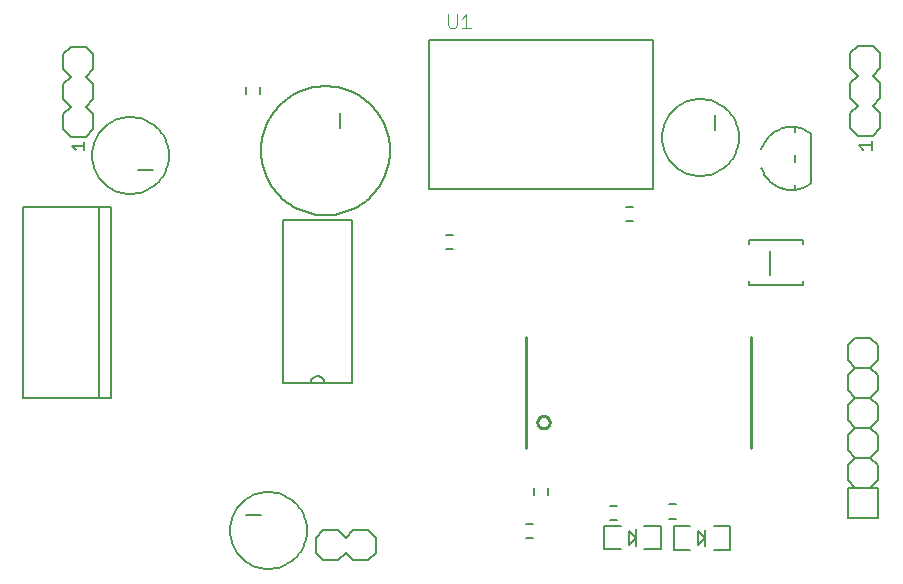
<source format=gto>
G75*
G70*
%OFA0B0*%
%FSLAX24Y24*%
%IPPOS*%
%LPD*%
%AMOC8*
5,1,8,0,0,1.08239X$1,22.5*
%
%ADD10C,0.0050*%
%ADD11C,0.0040*%
%ADD12C,0.0080*%
%ADD13C,0.0060*%
%ADD14C,0.0100*%
D10*
X013699Y013536D02*
X013699Y018486D01*
X021149Y018486D01*
X021149Y013536D01*
X013699Y013536D01*
X024765Y014242D02*
X024785Y014183D01*
X024808Y014126D01*
X024835Y014069D01*
X024866Y014015D01*
X024899Y013962D01*
X024936Y013912D01*
X024975Y013863D01*
X025018Y013818D01*
X025063Y013774D01*
X025110Y013734D01*
X025160Y013696D01*
X025212Y013661D01*
X025266Y013630D01*
X025321Y013602D01*
X025378Y013577D01*
X025437Y013556D01*
X025497Y013538D01*
X025558Y013523D01*
X025619Y013513D01*
X025681Y013506D01*
X025743Y013502D01*
X025806Y013503D01*
X025868Y013507D01*
X025868Y013506D02*
X025868Y013664D01*
X026418Y013727D02*
X026418Y015376D01*
X025868Y015439D02*
X025868Y015597D01*
X025868Y014664D02*
X025868Y014439D01*
X026418Y013727D02*
X026370Y013692D01*
X026320Y013659D01*
X026268Y013628D01*
X026214Y013601D01*
X026159Y013577D01*
X026102Y013557D01*
X026045Y013539D01*
X025987Y013525D01*
X025928Y013514D01*
X025868Y013507D01*
X024765Y014862D02*
X024785Y014922D01*
X024809Y014981D01*
X024837Y015038D01*
X024868Y015093D01*
X024903Y015147D01*
X024940Y015198D01*
X024981Y015247D01*
X025025Y015293D01*
X025071Y015337D01*
X025120Y015378D01*
X025171Y015416D01*
X025224Y015450D01*
X025280Y015482D01*
X025337Y015509D01*
X025396Y015534D01*
X025456Y015554D01*
X025517Y015572D01*
X025579Y015585D01*
X025642Y015594D01*
X025705Y015600D01*
X025769Y015602D01*
X025833Y015600D01*
X025896Y015594D01*
X025959Y015585D01*
X026021Y015571D01*
X026082Y015554D01*
X026142Y015533D01*
X026201Y015509D01*
X026258Y015481D01*
X026314Y015449D01*
X026367Y015414D01*
X026418Y015377D01*
D11*
X015086Y018906D02*
X014779Y018906D01*
X014933Y018906D02*
X014933Y019367D01*
X014779Y019213D01*
X014626Y019367D02*
X014626Y018983D01*
X014549Y018906D01*
X014396Y018906D01*
X014319Y018983D01*
X014319Y019367D01*
D12*
X008083Y002650D02*
X007583Y002650D01*
X007053Y002150D02*
X007055Y002221D01*
X007061Y002292D01*
X007071Y002363D01*
X007085Y002432D01*
X007102Y002501D01*
X007124Y002569D01*
X007149Y002636D01*
X007178Y002701D01*
X007210Y002764D01*
X007246Y002826D01*
X007285Y002885D01*
X007328Y002942D01*
X007373Y002997D01*
X007422Y003049D01*
X007473Y003098D01*
X007527Y003144D01*
X007584Y003188D01*
X007642Y003228D01*
X007703Y003264D01*
X007766Y003298D01*
X007831Y003327D01*
X007897Y003353D01*
X007965Y003376D01*
X008033Y003394D01*
X008103Y003409D01*
X008173Y003420D01*
X008244Y003427D01*
X008315Y003430D01*
X008386Y003429D01*
X008457Y003424D01*
X008528Y003415D01*
X008598Y003402D01*
X008667Y003386D01*
X008735Y003365D01*
X008802Y003341D01*
X008868Y003313D01*
X008931Y003281D01*
X008993Y003246D01*
X009053Y003208D01*
X009111Y003166D01*
X009166Y003122D01*
X009219Y003074D01*
X009269Y003023D01*
X009316Y002970D01*
X009360Y002914D01*
X009401Y002856D01*
X009439Y002795D01*
X009473Y002733D01*
X009503Y002668D01*
X009530Y002603D01*
X009554Y002535D01*
X009573Y002467D01*
X009589Y002398D01*
X009601Y002327D01*
X009609Y002257D01*
X009613Y002186D01*
X009613Y002114D01*
X009609Y002043D01*
X009601Y001973D01*
X009589Y001902D01*
X009573Y001833D01*
X009554Y001765D01*
X009530Y001697D01*
X009503Y001632D01*
X009473Y001567D01*
X009439Y001505D01*
X009401Y001444D01*
X009360Y001386D01*
X009316Y001330D01*
X009269Y001277D01*
X009219Y001226D01*
X009166Y001178D01*
X009111Y001134D01*
X009053Y001092D01*
X008993Y001054D01*
X008931Y001019D01*
X008868Y000987D01*
X008802Y000959D01*
X008735Y000935D01*
X008667Y000914D01*
X008598Y000898D01*
X008528Y000885D01*
X008457Y000876D01*
X008386Y000871D01*
X008315Y000870D01*
X008244Y000873D01*
X008173Y000880D01*
X008103Y000891D01*
X008033Y000906D01*
X007965Y000924D01*
X007897Y000947D01*
X007831Y000973D01*
X007766Y001002D01*
X007703Y001036D01*
X007642Y001072D01*
X007584Y001112D01*
X007527Y001156D01*
X007473Y001202D01*
X007422Y001251D01*
X007373Y001303D01*
X007328Y001358D01*
X007285Y001415D01*
X007246Y001474D01*
X007210Y001536D01*
X007178Y001599D01*
X007149Y001664D01*
X007124Y001731D01*
X007102Y001799D01*
X007085Y001868D01*
X007071Y001937D01*
X007061Y002008D01*
X007055Y002079D01*
X007053Y002150D01*
X009905Y001912D02*
X009905Y001412D01*
X010155Y001162D01*
X010655Y001162D01*
X010905Y001412D01*
X011155Y001162D01*
X011655Y001162D01*
X011905Y001412D01*
X011905Y001912D01*
X011655Y002162D01*
X011155Y002162D01*
X010905Y001912D01*
X010655Y002162D01*
X010155Y002162D01*
X009905Y001912D01*
X003093Y006552D02*
X002699Y006552D01*
X002699Y012930D01*
X003093Y012930D01*
X003093Y006552D01*
X002699Y006552D02*
X000140Y006552D01*
X000140Y012930D01*
X002699Y012930D01*
X003983Y014150D02*
X004483Y014150D01*
X002453Y014650D02*
X002455Y014721D01*
X002461Y014792D01*
X002471Y014863D01*
X002485Y014932D01*
X002502Y015001D01*
X002524Y015069D01*
X002549Y015136D01*
X002578Y015201D01*
X002610Y015264D01*
X002646Y015326D01*
X002685Y015385D01*
X002728Y015442D01*
X002773Y015497D01*
X002822Y015549D01*
X002873Y015598D01*
X002927Y015644D01*
X002984Y015688D01*
X003042Y015728D01*
X003103Y015764D01*
X003166Y015798D01*
X003231Y015827D01*
X003297Y015853D01*
X003365Y015876D01*
X003433Y015894D01*
X003503Y015909D01*
X003573Y015920D01*
X003644Y015927D01*
X003715Y015930D01*
X003786Y015929D01*
X003857Y015924D01*
X003928Y015915D01*
X003998Y015902D01*
X004067Y015886D01*
X004135Y015865D01*
X004202Y015841D01*
X004268Y015813D01*
X004331Y015781D01*
X004393Y015746D01*
X004453Y015708D01*
X004511Y015666D01*
X004566Y015622D01*
X004619Y015574D01*
X004669Y015523D01*
X004716Y015470D01*
X004760Y015414D01*
X004801Y015356D01*
X004839Y015295D01*
X004873Y015233D01*
X004903Y015168D01*
X004930Y015103D01*
X004954Y015035D01*
X004973Y014967D01*
X004989Y014898D01*
X005001Y014827D01*
X005009Y014757D01*
X005013Y014686D01*
X005013Y014614D01*
X005009Y014543D01*
X005001Y014473D01*
X004989Y014402D01*
X004973Y014333D01*
X004954Y014265D01*
X004930Y014197D01*
X004903Y014132D01*
X004873Y014067D01*
X004839Y014005D01*
X004801Y013944D01*
X004760Y013886D01*
X004716Y013830D01*
X004669Y013777D01*
X004619Y013726D01*
X004566Y013678D01*
X004511Y013634D01*
X004453Y013592D01*
X004393Y013554D01*
X004331Y013519D01*
X004268Y013487D01*
X004202Y013459D01*
X004135Y013435D01*
X004067Y013414D01*
X003998Y013398D01*
X003928Y013385D01*
X003857Y013376D01*
X003786Y013371D01*
X003715Y013370D01*
X003644Y013373D01*
X003573Y013380D01*
X003503Y013391D01*
X003433Y013406D01*
X003365Y013424D01*
X003297Y013447D01*
X003231Y013473D01*
X003166Y013502D01*
X003103Y013536D01*
X003042Y013572D01*
X002984Y013612D01*
X002927Y013656D01*
X002873Y013702D01*
X002822Y013751D01*
X002773Y013803D01*
X002728Y013858D01*
X002685Y013915D01*
X002646Y013974D01*
X002610Y014036D01*
X002578Y014099D01*
X002549Y014164D01*
X002524Y014231D01*
X002502Y014299D01*
X002485Y014368D01*
X002471Y014437D01*
X002461Y014508D01*
X002455Y014579D01*
X002453Y014650D01*
X002198Y014820D02*
X002198Y015100D01*
X002198Y014960D02*
X001778Y014960D01*
X001918Y014820D01*
X001738Y015280D02*
X001488Y015530D01*
X001488Y016030D01*
X001738Y016280D01*
X001488Y016530D01*
X001488Y017030D01*
X001738Y017280D01*
X001488Y017530D01*
X001488Y018030D01*
X001738Y018280D01*
X002238Y018280D01*
X002488Y018030D01*
X002488Y017530D01*
X002238Y017280D01*
X002488Y017030D01*
X002488Y016530D01*
X002238Y016280D01*
X002488Y016030D01*
X002488Y015530D01*
X002238Y015280D01*
X001738Y015280D01*
X008808Y012488D02*
X008808Y007056D01*
X011129Y007056D01*
X011129Y012488D01*
X008808Y012488D01*
X008083Y014807D02*
X008086Y014912D01*
X008093Y015018D01*
X008106Y015122D01*
X008124Y015226D01*
X008147Y015329D01*
X008176Y015431D01*
X008209Y015531D01*
X008247Y015630D01*
X008289Y015726D01*
X008337Y015821D01*
X008389Y015912D01*
X008445Y016001D01*
X008506Y016088D01*
X008571Y016171D01*
X008640Y016251D01*
X008713Y016327D01*
X008789Y016400D01*
X008869Y016469D01*
X008952Y016534D01*
X009039Y016595D01*
X009128Y016651D01*
X009219Y016703D01*
X009314Y016751D01*
X009410Y016793D01*
X009509Y016831D01*
X009609Y016864D01*
X009711Y016893D01*
X009814Y016916D01*
X009918Y016934D01*
X010022Y016947D01*
X010128Y016954D01*
X010233Y016957D01*
X010338Y016954D01*
X010444Y016947D01*
X010548Y016934D01*
X010652Y016916D01*
X010755Y016893D01*
X010857Y016864D01*
X010957Y016831D01*
X011056Y016793D01*
X011152Y016751D01*
X011247Y016703D01*
X011338Y016651D01*
X011427Y016595D01*
X011514Y016534D01*
X011597Y016469D01*
X011677Y016400D01*
X011753Y016327D01*
X011826Y016251D01*
X011895Y016171D01*
X011960Y016088D01*
X012021Y016001D01*
X012077Y015912D01*
X012129Y015821D01*
X012177Y015726D01*
X012219Y015630D01*
X012257Y015531D01*
X012290Y015431D01*
X012319Y015329D01*
X012342Y015226D01*
X012360Y015122D01*
X012373Y015018D01*
X012380Y014912D01*
X012383Y014807D01*
X012380Y014702D01*
X012373Y014596D01*
X012360Y014492D01*
X012342Y014388D01*
X012319Y014285D01*
X012290Y014183D01*
X012257Y014083D01*
X012219Y013984D01*
X012177Y013888D01*
X012129Y013793D01*
X012077Y013702D01*
X012021Y013613D01*
X011960Y013526D01*
X011895Y013443D01*
X011826Y013363D01*
X011753Y013287D01*
X011677Y013214D01*
X011597Y013145D01*
X011514Y013080D01*
X011427Y013019D01*
X011338Y012963D01*
X011247Y012911D01*
X011152Y012863D01*
X011056Y012821D01*
X010957Y012783D01*
X010857Y012750D01*
X010755Y012721D01*
X010652Y012698D01*
X010548Y012680D01*
X010444Y012667D01*
X010338Y012660D01*
X010233Y012657D01*
X010128Y012660D01*
X010022Y012667D01*
X009918Y012680D01*
X009814Y012698D01*
X009711Y012721D01*
X009609Y012750D01*
X009509Y012783D01*
X009410Y012821D01*
X009314Y012863D01*
X009219Y012911D01*
X009128Y012963D01*
X009039Y013019D01*
X008952Y013080D01*
X008869Y013145D01*
X008789Y013214D01*
X008713Y013287D01*
X008640Y013363D01*
X008571Y013443D01*
X008506Y013526D01*
X008445Y013613D01*
X008389Y013702D01*
X008337Y013793D01*
X008289Y013888D01*
X008247Y013984D01*
X008209Y014083D01*
X008176Y014183D01*
X008147Y014285D01*
X008124Y014388D01*
X008106Y014492D01*
X008093Y014596D01*
X008086Y014702D01*
X008083Y014807D01*
X010733Y015557D02*
X010733Y016057D01*
X021453Y015250D02*
X021455Y015321D01*
X021461Y015392D01*
X021471Y015463D01*
X021485Y015532D01*
X021502Y015601D01*
X021524Y015669D01*
X021549Y015736D01*
X021578Y015801D01*
X021610Y015864D01*
X021646Y015926D01*
X021685Y015985D01*
X021728Y016042D01*
X021773Y016097D01*
X021822Y016149D01*
X021873Y016198D01*
X021927Y016244D01*
X021984Y016288D01*
X022042Y016328D01*
X022103Y016364D01*
X022166Y016398D01*
X022231Y016427D01*
X022297Y016453D01*
X022365Y016476D01*
X022433Y016494D01*
X022503Y016509D01*
X022573Y016520D01*
X022644Y016527D01*
X022715Y016530D01*
X022786Y016529D01*
X022857Y016524D01*
X022928Y016515D01*
X022998Y016502D01*
X023067Y016486D01*
X023135Y016465D01*
X023202Y016441D01*
X023268Y016413D01*
X023331Y016381D01*
X023393Y016346D01*
X023453Y016308D01*
X023511Y016266D01*
X023566Y016222D01*
X023619Y016174D01*
X023669Y016123D01*
X023716Y016070D01*
X023760Y016014D01*
X023801Y015956D01*
X023839Y015895D01*
X023873Y015833D01*
X023903Y015768D01*
X023930Y015703D01*
X023954Y015635D01*
X023973Y015567D01*
X023989Y015498D01*
X024001Y015427D01*
X024009Y015357D01*
X024013Y015286D01*
X024013Y015214D01*
X024009Y015143D01*
X024001Y015073D01*
X023989Y015002D01*
X023973Y014933D01*
X023954Y014865D01*
X023930Y014797D01*
X023903Y014732D01*
X023873Y014667D01*
X023839Y014605D01*
X023801Y014544D01*
X023760Y014486D01*
X023716Y014430D01*
X023669Y014377D01*
X023619Y014326D01*
X023566Y014278D01*
X023511Y014234D01*
X023453Y014192D01*
X023393Y014154D01*
X023331Y014119D01*
X023268Y014087D01*
X023202Y014059D01*
X023135Y014035D01*
X023067Y014014D01*
X022998Y013998D01*
X022928Y013985D01*
X022857Y013976D01*
X022786Y013971D01*
X022715Y013970D01*
X022644Y013973D01*
X022573Y013980D01*
X022503Y013991D01*
X022433Y014006D01*
X022365Y014024D01*
X022297Y014047D01*
X022231Y014073D01*
X022166Y014102D01*
X022103Y014136D01*
X022042Y014172D01*
X021984Y014212D01*
X021927Y014256D01*
X021873Y014302D01*
X021822Y014351D01*
X021773Y014403D01*
X021728Y014458D01*
X021685Y014515D01*
X021646Y014574D01*
X021610Y014636D01*
X021578Y014699D01*
X021549Y014764D01*
X021524Y014831D01*
X021502Y014899D01*
X021485Y014968D01*
X021471Y015037D01*
X021461Y015108D01*
X021455Y015179D01*
X021453Y015250D01*
X023233Y015500D02*
X023233Y016000D01*
X027724Y016054D02*
X027724Y015554D01*
X027974Y015304D01*
X028474Y015304D01*
X028724Y015554D01*
X028724Y016054D01*
X028474Y016304D01*
X028724Y016554D01*
X028724Y017054D01*
X028474Y017304D01*
X028724Y017554D01*
X028724Y018054D01*
X028474Y018304D01*
X027974Y018304D01*
X027724Y018054D01*
X027724Y017554D01*
X027974Y017304D01*
X027724Y017054D01*
X027724Y016554D01*
X027974Y016304D01*
X027724Y016054D01*
X028434Y015124D02*
X028434Y014844D01*
X028434Y014984D02*
X028014Y014984D01*
X028154Y014844D01*
X026165Y011839D02*
X024354Y011839D01*
X024354Y011701D01*
X025063Y011465D02*
X025063Y010678D01*
X024354Y010481D02*
X024354Y010343D01*
X026165Y010343D01*
X026165Y010481D01*
X026165Y011701D02*
X026165Y011839D01*
X027896Y008571D02*
X028396Y008571D01*
X028646Y008321D01*
X028646Y007821D01*
X028396Y007571D01*
X027896Y007571D01*
X027646Y007821D01*
X027646Y008321D01*
X027896Y008571D01*
X027896Y007571D02*
X027646Y007321D01*
X027646Y006821D01*
X027896Y006571D01*
X028396Y006571D01*
X028646Y006321D01*
X028646Y005821D01*
X028396Y005571D01*
X027896Y005571D01*
X027646Y005821D01*
X027646Y006321D01*
X027896Y006571D01*
X028396Y006571D02*
X028646Y006821D01*
X028646Y007321D01*
X028396Y007571D01*
X028396Y005571D02*
X028646Y005321D01*
X028646Y004821D01*
X028396Y004571D01*
X027896Y004571D01*
X027646Y004821D01*
X027646Y005321D01*
X027896Y005571D01*
X027896Y004571D02*
X027646Y004321D01*
X027646Y003821D01*
X027896Y003571D01*
X027646Y003571D01*
X027646Y002571D01*
X028646Y002571D01*
X028646Y003571D01*
X028396Y003571D01*
X027896Y003571D01*
X028396Y003571D02*
X028646Y003821D01*
X028646Y004321D01*
X028396Y004571D01*
X023724Y002300D02*
X023724Y001512D01*
X023173Y001512D01*
X022897Y001630D02*
X022897Y001906D01*
X022661Y001670D01*
X022661Y002142D01*
X022897Y001906D01*
X022897Y002181D01*
X023173Y002300D02*
X023724Y002300D01*
X022386Y002300D02*
X021834Y002300D01*
X021834Y001512D01*
X022386Y001512D01*
X021405Y001516D02*
X020854Y001516D01*
X020579Y001634D02*
X020579Y001910D01*
X020342Y001674D01*
X020342Y002146D01*
X020579Y001910D01*
X020579Y002185D01*
X020854Y002304D02*
X021405Y002304D01*
X021405Y001516D01*
X020067Y001516D02*
X019516Y001516D01*
X019516Y002304D01*
X020067Y002304D01*
X010204Y007056D02*
X010202Y007086D01*
X010197Y007115D01*
X010187Y007143D01*
X010175Y007170D01*
X010159Y007195D01*
X010140Y007218D01*
X010118Y007238D01*
X010094Y007255D01*
X010068Y007270D01*
X010041Y007280D01*
X010012Y007288D01*
X009983Y007292D01*
X009953Y007292D01*
X009924Y007288D01*
X009895Y007280D01*
X009868Y007270D01*
X009842Y007255D01*
X009818Y007238D01*
X009796Y007218D01*
X009777Y007195D01*
X009761Y007170D01*
X009749Y007143D01*
X009739Y007115D01*
X009734Y007086D01*
X009732Y007056D01*
D13*
X014248Y011536D02*
X014484Y011536D01*
X014484Y012008D02*
X014248Y012008D01*
X020236Y012469D02*
X020472Y012469D01*
X020472Y012941D02*
X020236Y012941D01*
X008060Y016684D02*
X008060Y016920D01*
X007587Y016920D02*
X007587Y016684D01*
X017169Y003556D02*
X017169Y003319D01*
X017642Y003319D02*
X017642Y003556D01*
X017153Y002382D02*
X016917Y002382D01*
X016917Y001910D02*
X017153Y001910D01*
X019728Y002500D02*
X019964Y002500D01*
X019964Y002973D02*
X019728Y002973D01*
X021689Y003020D02*
X021925Y003020D01*
X021925Y002548D02*
X021689Y002548D01*
D14*
X024401Y004906D02*
X024401Y008606D01*
X017295Y005756D02*
X017297Y005784D01*
X017303Y005812D01*
X017312Y005838D01*
X017325Y005863D01*
X017341Y005886D01*
X017360Y005907D01*
X017382Y005924D01*
X017406Y005939D01*
X017432Y005950D01*
X017459Y005958D01*
X017487Y005962D01*
X017515Y005962D01*
X017543Y005958D01*
X017570Y005950D01*
X017596Y005939D01*
X017620Y005924D01*
X017642Y005907D01*
X017661Y005886D01*
X017677Y005863D01*
X017690Y005838D01*
X017699Y005812D01*
X017705Y005784D01*
X017707Y005756D01*
X017705Y005728D01*
X017699Y005700D01*
X017690Y005674D01*
X017677Y005649D01*
X017661Y005626D01*
X017642Y005605D01*
X017620Y005588D01*
X017596Y005573D01*
X017570Y005562D01*
X017543Y005554D01*
X017515Y005550D01*
X017487Y005550D01*
X017459Y005554D01*
X017432Y005562D01*
X017406Y005573D01*
X017382Y005588D01*
X017360Y005605D01*
X017341Y005626D01*
X017325Y005649D01*
X017312Y005674D01*
X017303Y005700D01*
X017297Y005728D01*
X017295Y005756D01*
X016901Y004906D02*
X016901Y008606D01*
M02*

</source>
